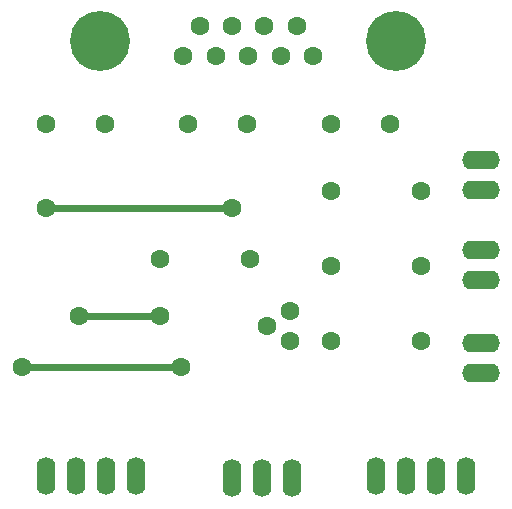
<source format=gbr>
%TF.GenerationSoftware,KiCad,Pcbnew,(6.0.6)*%
%TF.CreationDate,2022-08-24T11:44:13-03:00*%
%TF.ProjectId,hub_interior,6875625f-696e-4746-9572-696f722e6b69,rev?*%
%TF.SameCoordinates,Original*%
%TF.FileFunction,Copper,L1,Top*%
%TF.FilePolarity,Positive*%
%FSLAX46Y46*%
G04 Gerber Fmt 4.6, Leading zero omitted, Abs format (unit mm)*
G04 Created by KiCad (PCBNEW (6.0.6)) date 2022-08-24 11:44:13*
%MOMM*%
%LPD*%
G01*
G04 APERTURE LIST*
%TA.AperFunction,ComponentPad*%
%ADD10O,3.200000X1.600000*%
%TD*%
%TA.AperFunction,ComponentPad*%
%ADD11O,1.600000X3.200000*%
%TD*%
%TA.AperFunction,ComponentPad*%
%ADD12C,1.600000*%
%TD*%
%TA.AperFunction,ComponentPad*%
%ADD13C,5.080000*%
%TD*%
%TA.AperFunction,ViaPad*%
%ADD14C,1.600000*%
%TD*%
%TA.AperFunction,Conductor*%
%ADD15C,0.600000*%
%TD*%
G04 APERTURE END LIST*
D10*
%TO.P,LR,1,S*%
%TO.N,+5V*%
X44450000Y24892000D03*
%TO.P,LR,2,S*%
%TO.N,Net-(R3-Pad2)*%
X44450000Y27432000D03*
%TD*%
D11*
%TO.P,VOLTAGE,1,S*%
%TO.N,GND*%
X7620000Y8275000D03*
%TO.P,VOLTAGE,2,S*%
%TO.N,Net-(VOLTAGE0-Pad2)*%
X10160000Y8275000D03*
%TO.P,VOLTAGE,3,S*%
%TO.N,GND*%
X12700000Y8275000D03*
%TO.P,VOLTAGE,4,S*%
%TO.N,+5V*%
X15240000Y8275000D03*
%TD*%
%TO.P,TEMP,1,1*%
%TO.N,Net-(JP1-Pad1)*%
X28448000Y8128000D03*
%TO.P,TEMP,2,2*%
%TO.N,+5V*%
X25908000Y8128000D03*
%TO.P,TEMP,3,3*%
%TO.N,GND*%
X23368000Y8128000D03*
%TD*%
D12*
%TO.P,R4,1,1*%
%TO.N,+5V*%
X31750000Y32385000D03*
%TO.P,R4,2,2*%
%TO.N,Net-(LED0-Pad1)*%
X39370000Y32385000D03*
%TD*%
D10*
%TO.P,LV,1,S*%
%TO.N,Net-(LED0-Pad1)*%
X44450000Y32512000D03*
%TO.P,LV,2,S*%
%TO.N,GND*%
X44450000Y35052000D03*
%TD*%
D12*
%TO.P,C1,1,1*%
%TO.N,Net-(C1-Pad1)*%
X19685000Y38100000D03*
%TO.P,C1,2,2*%
%TO.N,GND*%
X24685000Y38100000D03*
%TD*%
%TO.P,C4,1,1*%
%TO.N,Net-(C4-Pad1)*%
X7660000Y38100000D03*
%TO.P,C4,2,2*%
%TO.N,GND*%
X12660000Y38100000D03*
%TD*%
%TO.P,R3,1,1*%
%TO.N,Net-(Q1-Pad3)*%
X31750000Y26035000D03*
%TO.P,R3,2,2*%
%TO.N,Net-(R3-Pad2)*%
X39370000Y26035000D03*
%TD*%
D10*
%TO.P,B,1,S*%
%TO.N,+5V*%
X44450000Y17018000D03*
%TO.P,B,2,S*%
%TO.N,Net-(R2-Pad2)*%
X44450000Y19558000D03*
%TD*%
D12*
%TO.P,R2,1,1*%
%TO.N,Net-(Q1-Pad3)*%
X31750000Y19685000D03*
%TO.P,R2,2,2*%
%TO.N,Net-(R2-Pad2)*%
X39370000Y19685000D03*
%TD*%
%TO.P,R1,1,1*%
%TO.N,Net-(Q1-Pad2)*%
X24892000Y26670000D03*
%TO.P,R1,2,2*%
%TO.N,Net-(C1-Pad1)*%
X17272000Y26670000D03*
%TD*%
D11*
%TO.P,RELE,1,S*%
%TO.N,GND*%
X35560000Y8255000D03*
%TO.P,RELE,2,S*%
%TO.N,Net-(C4-Pad1)*%
X38100000Y8255000D03*
%TO.P,RELE,3,S*%
%TO.N,GND*%
X40640000Y8255000D03*
%TO.P,RELE,4,S*%
%TO.N,+5V*%
X43180000Y8255000D03*
%TD*%
D12*
%TO.P,Q1,1,E*%
%TO.N,GND*%
X28322500Y22225000D03*
%TO.P,Q1,2,B*%
%TO.N,Net-(Q1-Pad2)*%
X26322500Y20955000D03*
%TO.P,Q1,3,C*%
%TO.N,Net-(Q1-Pad3)*%
X28322500Y19685000D03*
%TD*%
%TO.P,X1,1,1*%
%TO.N,unconnected-(X1-Pad1)*%
X19278600Y43815000D03*
%TO.P,X1,2,2*%
%TO.N,Net-(C1-Pad1)*%
X22021800Y43815000D03*
%TO.P,X1,3,3*%
%TO.N,unconnected-(X1-Pad3)*%
X24765000Y43815000D03*
%TO.P,X1,4,4*%
%TO.N,Net-(VOLTAGE0-Pad2)*%
X27508200Y43815000D03*
%TO.P,X1,5,5*%
%TO.N,unconnected-(X1-Pad5)*%
X30251400Y43815000D03*
%TO.P,X1,6,6*%
%TO.N,Net-(JP1-Pad1)*%
X20650200Y46355000D03*
%TO.P,X1,7,7*%
%TO.N,Net-(C4-Pad1)*%
X23393400Y46355000D03*
%TO.P,X1,8,8*%
%TO.N,unconnected-(X1-Pad8)*%
X26136600Y46355000D03*
%TO.P,X1,9,9*%
%TO.N,+5V*%
X28879800Y46355000D03*
D13*
%TO.P,X1,G1,G1*%
%TO.N,unconnected-(X1-PadG1)*%
X12242800Y45085000D03*
%TO.P,X1,G2,G2*%
%TO.N,unconnected-(X1-PadG2)*%
X37287200Y45085000D03*
%TD*%
D12*
%TO.P,C2,1,1*%
%TO.N,+5V*%
X31790000Y38100000D03*
%TO.P,C2,2,2*%
%TO.N,GND*%
X36790000Y38100000D03*
%TD*%
D14*
%TO.N,GND*%
X17272000Y21844000D03*
X10414000Y21844000D03*
%TO.N,Net-(C4-Pad1)*%
X19050000Y17526000D03*
X5588000Y17526000D03*
%TO.N,Net-(VOLTAGE0-Pad2)*%
X23368000Y30988000D03*
X7620000Y30988000D03*
%TD*%
D15*
%TO.N,GND*%
X10414000Y21844000D02*
X17272000Y21844000D01*
%TO.N,Net-(C4-Pad1)*%
X5588000Y17526000D02*
X19050000Y17526000D01*
%TO.N,Net-(VOLTAGE0-Pad2)*%
X23368000Y30988000D02*
X7620000Y30988000D01*
%TD*%
M02*

</source>
